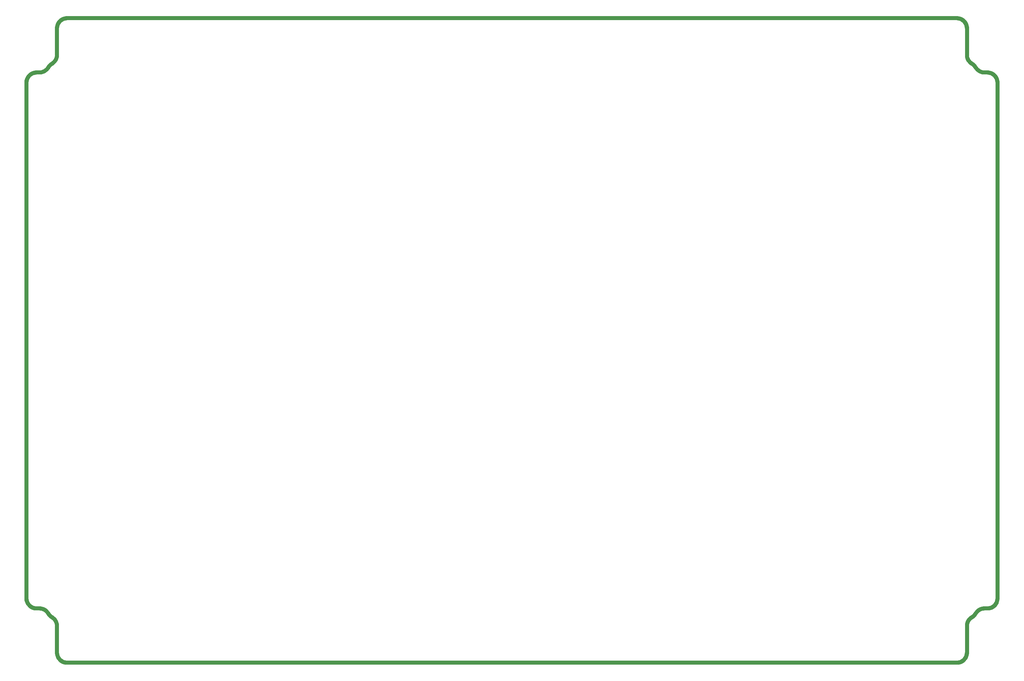
<source format=gm1>
G04*
G04 #@! TF.GenerationSoftware,Altium Limited,Altium Designer,20.1.10 (176)*
G04*
G04 Layer_Color=16711935*
%FSAX42Y42*%
%MOMM*%
G71*
G04*
G04 #@! TF.SameCoordinates,6C51F090-7910-440F-980D-B9DEBD6B7A16*
G04*
G04*
G04 #@! TF.FilePolarity,Positive*
G04*
G01*
G75*
%ADD10C,0.20*%
%ADD141C,1.20*%
%ADD142C,1.20*%
D10*
X000655Y001474D02*
G03*
X000763Y001366I000260J000150D01*
G01*
Y017683D02*
G03*
X000655Y017574I000153J-000258D01*
G01*
X027858Y001366D02*
G03*
X027965Y001474I-000153J000258D01*
G01*
Y017574D02*
G03*
X027858Y017683I-000260J-000150D01*
G01*
X000655Y001474D02*
G03*
X000396Y001624I-000260J-000150D01*
G01*
Y017424D02*
G03*
X000655Y017574I000000J000300D01*
G01*
X028225Y001624D02*
G03*
X027965Y001474I000000J-000300D01*
G01*
Y017574D02*
G03*
X028225Y017424I000260J000150D01*
G01*
X027410Y000024D02*
G03*
X027710Y000324I000000J000300D01*
G01*
Y018724D02*
G03*
X027410Y019024I-000300J000000D01*
G01*
X000910Y001108D02*
G03*
X000763Y001366I-000300J-000000D01*
G01*
Y017683D02*
G03*
X000910Y017941I-000152J000258D01*
G01*
X027858Y001366D02*
G03*
X027710Y001108I000152J-000258D01*
G01*
Y017941D02*
G03*
X027858Y017683I000300J000000D01*
G01*
X000010Y001924D02*
G03*
X000310Y001624I000300J000000D01*
G01*
Y017424D02*
G03*
X000010Y017124I000000J-000300D01*
G01*
X000910Y000324D02*
G03*
X001210Y000024I000300J000000D01*
G01*
Y019024D02*
G03*
X000910Y018724I000000J-000300D01*
G01*
X028310Y001624D02*
G03*
X028610Y001924I000000J000300D01*
G01*
Y017124D02*
G03*
X028310Y017424I-000300J000000D01*
G01*
X000310D02*
X000396D01*
X000310Y001624D02*
X000396D01*
X000910Y017941D02*
Y018724D01*
X027710Y017941D02*
Y018724D01*
X000910Y000324D02*
Y001108D01*
X027710Y000324D02*
Y001108D01*
X000010Y001924D02*
Y017124D01*
X028610Y001902D02*
Y017124D01*
X028225Y017424D02*
X028310D01*
X028225Y001624D02*
X028310D01*
X001210Y000024D02*
X027410D01*
X001210Y019024D02*
X027410D01*
D141*
X000655Y001474D02*
G03*
X000396Y001624I-000260J-000150D01*
G01*
X000655Y001474D02*
G03*
X000763Y001366I000260J000150D01*
G01*
X000655Y001474D02*
G03*
X000396Y001624I-000260J-000150D01*
G01*
X000655Y001474D02*
G03*
X000763Y001366I000260J000150D01*
G01*
X000655Y001474D02*
G03*
X000396Y001624I-000260J-000150D01*
G01*
X000655Y001474D02*
G03*
X000763Y001366I000260J000150D01*
G01*
Y017683D02*
G03*
X000655Y017574I000153J-000258D01*
G01*
X000396Y017424D02*
G03*
X000655Y017574I000000J000300D01*
G01*
X000763Y017683D02*
G03*
X000655Y017574I000153J-000258D01*
G01*
X000396Y017424D02*
G03*
X000655Y017574I000000J000300D01*
G01*
X000763Y017683D02*
G03*
X000655Y017574I000153J-000258D01*
G01*
X000396Y017424D02*
G03*
X000655Y017574I000000J000300D01*
G01*
X027858Y001366D02*
G03*
X027965Y001474I-000153J000258D01*
G01*
X028225Y001624D02*
G03*
X027965Y001474I000000J-000300D01*
G01*
X027858Y001366D02*
G03*
X027965Y001474I-000153J000258D01*
G01*
X028225Y001624D02*
G03*
X027965Y001474I000000J-000300D01*
G01*
X027858Y001366D02*
G03*
X027965Y001474I-000153J000258D01*
G01*
X028225Y001624D02*
G03*
X027965Y001474I000000J-000300D01*
G01*
Y017574D02*
G03*
X028225Y017424I000260J000150D01*
G01*
X027965Y017574D02*
G03*
X027858Y017683I-000260J-000150D01*
G01*
X027965Y017574D02*
G03*
X028225Y017424I000260J000150D01*
G01*
X027965Y017574D02*
G03*
X027858Y017683I-000260J-000150D01*
G01*
X027965Y017574D02*
G03*
X028225Y017424I000260J000150D01*
G01*
X027965Y017574D02*
G03*
X027858Y017683I-000260J-000150D01*
G01*
X000910Y001108D02*
G03*
X000763Y001366I-000300J-000000D01*
G01*
X000910Y001108D02*
G03*
X000763Y001366I-000300J-000000D01*
G01*
X000910Y001108D02*
G03*
X000763Y001366I-000300J-000000D01*
G01*
X027858D02*
G03*
X027710Y001108I000152J-000258D01*
G01*
X027858Y001366D02*
G03*
X027710Y001108I000152J-000258D01*
G01*
X027858Y001366D02*
G03*
X027710Y001108I000152J-000258D01*
G01*
X000010Y001924D02*
G03*
X000310Y001624I000300J000000D01*
G01*
X000010Y001924D02*
G03*
X000310Y001624I000300J000000D01*
G01*
X000010Y001924D02*
G03*
X000310Y001624I000300J000000D01*
G01*
Y017424D02*
G03*
X000010Y017124I000000J-000300D01*
G01*
X000310Y017424D02*
G03*
X000010Y017124I000000J-000300D01*
G01*
X000310Y017424D02*
G03*
X000010Y017124I000000J-000300D01*
G01*
X001210Y019024D02*
G03*
X000910Y018724I000000J-000300D01*
G01*
X000763Y017683D02*
G03*
X000910Y017941I-000152J000258D01*
G01*
X001210Y019024D02*
G03*
X000910Y018724I000000J-000300D01*
G01*
X000763Y017683D02*
G03*
X000910Y017941I-000152J000258D01*
G01*
X001210Y019024D02*
G03*
X000910Y018724I000000J-000300D01*
G01*
X000763Y017683D02*
G03*
X000910Y017941I-000152J000258D01*
G01*
X028330Y001624D02*
G03*
X028608Y001902I000000J000278D01*
G01*
X028310Y001624D02*
G03*
X028610Y001924I000000J000300D01*
G01*
X028310Y001624D02*
G03*
X028610Y001924I000000J000300D01*
G01*
Y017124D02*
G03*
X028310Y017424I-000300J000000D01*
G01*
X027710Y017941D02*
G03*
X027858Y017683I000300J000000D01*
G01*
X027710Y018724D02*
G03*
X027410Y019024I-000300J000000D01*
G01*
X028610Y017124D02*
G03*
X028310Y017424I-000300J000000D01*
G01*
X027710Y017941D02*
G03*
X027858Y017683I000300J000000D01*
G01*
X027710Y018724D02*
G03*
X027410Y019024I-000300J000000D01*
G01*
X028610Y017124D02*
G03*
X028310Y017424I-000300J000000D01*
G01*
X027710Y017941D02*
G03*
X027858Y017683I000300J000000D01*
G01*
X027710Y018724D02*
G03*
X027410Y019024I-000300J000000D01*
G01*
X000910Y000324D02*
G03*
X001210Y000024I000300J000000D01*
G01*
X027410D02*
G03*
X027710Y000324I000000J000300D01*
G01*
X000910D02*
G03*
X001210Y000024I000300J000000D01*
G01*
X027410D02*
G03*
X027710Y000324I000000J000300D01*
G01*
X000910D02*
G03*
X001210Y000024I000300J000000D01*
G01*
X027410D02*
G03*
X027710Y000324I000000J000300D01*
G01*
X000060Y001757D02*
X000084Y001726D01*
X000112Y001698D01*
X000010Y001905D02*
Y001924D01*
Y017144D02*
X000015Y017183D01*
X000910Y000305D02*
Y000324D01*
Y000305D02*
X000915Y000266D01*
X000910Y001127D02*
X000910Y001108D01*
X000915Y018783D02*
X000926Y018821D01*
X001114Y019009D02*
X001152Y019019D01*
X001077Y018994D02*
X001114Y019009D01*
X027507D02*
X027543Y018994D01*
X027705Y000266D02*
X027710Y000305D01*
Y000324D01*
Y001108D02*
X027711Y001127D01*
X027741Y017809D02*
X027760Y017776D01*
X027965Y017574D02*
X027975Y017558D01*
X027955Y017591D02*
X027965Y017574D01*
X027965Y017574D02*
X027965Y017574D01*
X027965Y017574D02*
X027965Y017574D01*
X027965Y017574D02*
X027965Y017574D01*
X028509Y001698D02*
X028536Y001726D01*
X028560Y001757D01*
X000010Y001905D02*
X000015Y001866D01*
X000026Y001828D01*
X000041Y001791D01*
X000084Y017322D02*
X000112Y017350D01*
X000060Y017291D02*
X000084Y017322D01*
X000041Y017257D02*
X000060Y017291D01*
X000291Y001624D02*
X000310Y001624D01*
X000291Y017424D02*
X000310D01*
X000492Y001608D02*
X000528Y001593D01*
X000492Y017440D02*
X000528Y017455D01*
X000689Y001427D02*
X000716Y001399D01*
X000746Y001376D01*
X000716Y017649D02*
X000746Y017673D01*
X000689Y017622D02*
X000716Y017649D01*
X000915Y000266D02*
X000926Y000228D01*
X000941Y000191D01*
X000880Y001239D02*
X000895Y001203D01*
X000905Y001165D01*
X000910Y001127D01*
X000905Y017883D02*
X000910Y017921D01*
X000895Y017845D02*
X000905Y017883D01*
X000880Y017809D02*
X000895Y017845D01*
X027711Y001127D02*
X027716Y001165D01*
X027726Y001203D01*
X027741Y001239D01*
X027760Y001273D01*
X027726Y017845D02*
X027741Y017809D01*
X027716Y017883D02*
X027726Y017845D01*
X027711Y017921D02*
X027716Y017883D01*
X027905Y001399D02*
X027932Y001427D01*
X027955Y001457D01*
X027965Y001474D01*
X027975Y001491D01*
X027965Y001474D02*
X027965Y001474D01*
X027965Y001474D02*
X027965Y001474D01*
X027965Y001474D02*
X027965Y001474D01*
X027932Y017622D02*
X027955Y017591D01*
X027905Y017649D02*
X027932Y017622D01*
X028128Y001608D02*
X028166Y001618D01*
X028128Y017440D02*
X028166Y017430D01*
X028310Y001624D02*
X028330D01*
X028369Y001629D01*
X028330Y017424D02*
X028369Y017419D01*
X028310Y017424D02*
X028330D01*
X028560Y017291D02*
X028580Y017257D01*
X028536Y017322D02*
X028560Y017291D01*
X028509Y017350D02*
X028536Y017322D01*
X000041Y001791D02*
X000060Y001757D01*
X000026Y017221D02*
X000041Y017257D01*
X000015Y017183D02*
X000026Y017221D01*
X000010Y017124D02*
Y017144D01*
X000926Y018821D02*
X000941Y018857D01*
X000910Y018744D02*
X000915Y018783D01*
X000910Y018724D02*
Y018744D01*
Y017941D02*
Y018724D01*
X000910Y017921D02*
X000910Y017941D01*
Y018724D01*
Y017941D02*
Y018724D01*
Y017941D02*
Y018724D01*
X027710Y017941D02*
X027711Y017921D01*
X027710Y017941D02*
Y018724D01*
Y018744D01*
X027705Y018783D02*
X027710Y018744D01*
Y017941D02*
Y018724D01*
Y017941D02*
Y018724D01*
Y017941D02*
Y018724D01*
X028560Y001757D02*
X028580Y001791D01*
X000910Y001108D02*
X000910Y000324D01*
Y001108D01*
Y000324D02*
Y001108D01*
Y000324D02*
Y001108D01*
X027710Y000324D02*
Y001108D01*
Y000324D02*
Y001108D01*
Y000324D02*
Y001108D01*
Y000324D02*
Y001108D01*
X000010Y001924D02*
Y017124D01*
Y001924D02*
Y017124D01*
Y001924D02*
Y017124D01*
Y001924D02*
Y017124D01*
X000779Y001355D02*
X000810Y001331D01*
X000837Y001304D01*
X000593Y001550D02*
X000621Y001522D01*
X000645Y001491D01*
X000177Y017394D02*
X000214Y017409D01*
X000655Y017574D02*
X000665Y017591D01*
X000645Y017558D02*
X000655Y017574D01*
X000984Y000126D02*
X001012Y000098D01*
X001043Y000074D01*
X001191Y019024D02*
X001210D01*
X001152Y019019D02*
X001191Y019024D01*
X001043Y018974D02*
X001077Y018994D01*
X027577Y000074D02*
X027609Y000098D01*
X027636Y000126D01*
X027543Y018994D02*
X027577Y018974D01*
X027469Y019019D02*
X027507Y019009D01*
X027430Y019024D02*
X027469Y019019D01*
X027410Y019024D02*
X027430D01*
X027811Y001331D02*
X027841Y001355D01*
X027975Y001491D02*
X027999Y001522D01*
X028027Y001550D01*
X028443Y017394D02*
X028477Y017374D01*
X028407Y017409D02*
X028443Y017394D01*
X028610Y001905D02*
Y001924D01*
X000763Y001366D02*
X000779Y001355D01*
X000177Y001655D02*
X000214Y001640D01*
X000252Y001629D01*
X000291Y001624D01*
X000310Y001624D02*
X000396D01*
X000415Y001624D01*
X000454Y001618D01*
X000492Y001608D01*
X000528Y001593D02*
X000562Y001574D01*
X000593Y001550D01*
X000645Y001491D02*
X000655Y001474D01*
X000665Y001457D01*
X000689Y001427D01*
X000746Y001376D02*
X000763Y001366D01*
X000310Y001624D02*
X000396D01*
X000310D02*
X000396D01*
X000310D02*
X000396D01*
X000810Y017717D02*
X000837Y017745D01*
X000779Y017693D02*
X000810Y017717D01*
X000763Y017683D02*
X000779Y017693D01*
X000746Y017673D02*
X000763Y017683D01*
X000665Y017591D02*
X000689Y017622D01*
X000621Y017526D02*
X000645Y017558D01*
X000593Y017499D02*
X000621Y017526D01*
X000562Y017475D02*
X000593Y017499D01*
X000528Y017455D02*
X000562Y017475D01*
X000454Y017430D02*
X000492Y017440D01*
X000415Y017425D02*
X000454Y017430D01*
X000396Y017424D02*
X000415Y017425D01*
X000310Y017424D02*
X000396D01*
X000252Y017419D02*
X000291Y017424D01*
X000214Y017409D02*
X000252Y017419D01*
X000310Y017424D02*
X000396D01*
X000310D02*
X000396D01*
X000310D02*
X000396D01*
X001012Y018950D02*
X001043Y018974D01*
X000984Y018922D02*
X001012Y018950D01*
X027636Y018922D02*
X027660Y018891D01*
X027609Y018950D02*
X027636Y018922D01*
X027577Y018974D02*
X027609Y018950D01*
X027841Y001355D02*
X027858Y001366D01*
X027874Y001376D01*
X027905Y001399D01*
X028027Y001550D02*
X028058Y001574D01*
X028092Y001593D01*
X028128Y001608D01*
X028166Y001618D02*
X028205Y001624D01*
X028225Y001624D01*
X028310D01*
X028369Y001629D02*
X028407Y001640D01*
X028443Y001655D01*
X028225Y001624D02*
Y001624D01*
Y001624D02*
X028310D01*
X028225D02*
Y001624D01*
Y001624D02*
X028310D01*
X028225D02*
Y001624D01*
Y001624D02*
X028310D01*
X028369Y017419D02*
X028407Y017409D01*
X028225Y017424D02*
X028310D01*
X028205Y017425D02*
X028225Y017424D01*
X028166Y017430D02*
X028205Y017425D01*
X028092Y017455D02*
X028128Y017440D01*
X028058Y017475D02*
X028092Y017455D01*
X028027Y017499D02*
X028058Y017475D01*
X027999Y017526D02*
X028027Y017499D01*
X027975Y017558D02*
X027999Y017526D01*
X027874Y017673D02*
X027905Y017649D01*
X027858Y017683D02*
X027874Y017673D01*
X027841Y017693D02*
X027858Y017683D01*
X027811Y017717D02*
X027841Y017693D01*
X028225Y017424D02*
X028310D01*
X028225Y017424D02*
Y017424D01*
X028310D01*
X028225Y017424D02*
Y017424D01*
X028310D01*
X028225Y017424D02*
Y017424D01*
X027636Y000126D02*
X027660Y000157D01*
X028443Y001655D02*
X028477Y001674D01*
X028610Y017124D02*
Y017144D01*
Y001924D02*
Y017124D01*
Y001924D02*
Y017124D01*
Y001924D02*
Y017124D01*
Y001924D02*
Y017124D01*
X000143Y017374D02*
X000177Y017394D01*
X000112Y017350D02*
X000143Y017374D01*
X000861Y017776D02*
X000880Y017809D01*
X000837Y017745D02*
X000861Y017776D01*
X027783Y001304D02*
X027811Y001331D01*
X028605Y017183D02*
X028610Y017144D01*
X028477Y017374D02*
X028509Y017350D01*
X027760Y017776D02*
X027783Y017745D01*
X027695Y018821D02*
X027705Y018783D01*
X000837Y001304D02*
X000861Y001273D01*
X000880Y001239D01*
X000960Y018891D02*
X000984Y018922D01*
X000941Y018857D02*
X000960Y018891D01*
X027680Y000191D02*
X027695Y000228D01*
X027705Y000266D01*
X027760Y001273D02*
X027783Y001304D01*
X028580Y001791D02*
X028595Y001828D01*
X028605Y001866D01*
X028610Y001905D01*
X027783Y017745D02*
X027811Y017717D01*
X027660Y018891D02*
X027680Y018857D01*
X000112Y001698D02*
X000143Y001674D01*
X000177Y001655D01*
X000941Y000191D02*
X000960Y000157D01*
X000984Y000126D01*
X027660Y000157D02*
X027680Y000191D01*
X028477Y001674D02*
X028509Y001698D01*
X028595Y017221D02*
X028605Y017183D01*
X028580Y017257D02*
X028595Y017221D01*
X027680Y018857D02*
X027695Y018821D01*
X001210Y019024D02*
X027410D01*
X001210D02*
X027410D01*
X001210D02*
X027410D01*
X001210D02*
X027410D01*
X001043Y000074D02*
X001077Y000055D01*
X001114Y000040D01*
X001152Y000029D01*
X001191Y000024D01*
X001210Y000024D01*
X027410D01*
X027430D01*
X027469Y000029D01*
X027507Y000040D01*
X027543Y000055D01*
X027577Y000074D01*
X001210Y000024D02*
X027410D01*
X001210D02*
X027410D01*
X001210D02*
X027410D01*
D142*
X000060Y001757D02*
X000084Y001726D01*
X000112Y001698D01*
X000060Y001757D02*
X000084Y001726D01*
X000112Y001698D01*
X000060Y001757D02*
X000084Y001726D01*
X000112Y001698D01*
X000060Y001757D02*
X000084Y001726D01*
X000112Y001698D01*
X000010Y001905D02*
Y001924D01*
Y001905D02*
Y001924D01*
Y001905D02*
Y001924D01*
Y001905D02*
Y001924D01*
Y017144D02*
X000015Y017183D01*
X000010Y017144D02*
X000015Y017183D01*
X000010Y017144D02*
X000015Y017183D01*
X000010Y017144D02*
X000015Y017183D01*
X000910Y000305D02*
Y000324D01*
Y000305D02*
X000915Y000266D01*
X000910Y000305D02*
Y000324D01*
Y000305D02*
X000915Y000266D01*
X000910Y000305D02*
Y000324D01*
Y000305D02*
X000915Y000266D01*
X000910Y000305D02*
Y000324D01*
Y000305D02*
X000915Y000266D01*
X000910Y001127D02*
X000910Y001108D01*
X000910Y001127D02*
X000910Y001108D01*
X000910Y001127D02*
X000910Y001108D01*
X000910Y001127D02*
X000910Y001108D01*
X000915Y018783D02*
X000926Y018821D01*
X000915Y018783D02*
X000926Y018821D01*
X000915Y018783D02*
X000926Y018821D01*
X000915Y018783D02*
X000926Y018821D01*
X001114Y019009D02*
X001152Y019019D01*
X001077Y018994D02*
X001114Y019009D01*
X001152Y019019D01*
X001077Y018994D02*
X001114Y019009D01*
X001152Y019019D01*
X001077Y018994D02*
X001114Y019009D01*
X001152Y019019D01*
X001077Y018994D02*
X001114Y019009D01*
X027507D02*
X027543Y018994D01*
X027507Y019009D02*
X027543Y018994D01*
X027507Y019009D02*
X027543Y018994D01*
X027507Y019009D02*
X027543Y018994D01*
X027705Y000266D02*
X027710Y000305D01*
Y000324D01*
X027705Y000266D02*
X027710Y000305D01*
Y000324D01*
X027705Y000266D02*
X027710Y000305D01*
Y000324D01*
X027705Y000266D02*
X027710Y000305D01*
Y000324D01*
Y001108D02*
X027711Y001127D01*
X027710Y001108D02*
X027711Y001127D01*
X027710Y001108D02*
X027711Y001127D01*
X027710Y001108D02*
X027711Y001127D01*
X027741Y017809D02*
X027760Y017776D01*
X027741Y017809D02*
X027760Y017776D01*
X027741Y017809D02*
X027760Y017776D01*
X027741Y017809D02*
X027760Y017776D01*
X027965Y017574D02*
X027975Y017558D01*
X027955Y017591D02*
X027965Y017574D01*
X027975Y017558D01*
X027955Y017591D02*
X027965Y017574D01*
X027975Y017558D01*
X027955Y017591D02*
X027965Y017574D01*
X027975Y017558D01*
X027955Y017591D02*
X027965Y017574D01*
X028509Y001698D02*
X028536Y001726D01*
X028560Y001757D01*
X028509Y001698D02*
X028536Y001726D01*
X028560Y001757D01*
X028509Y001698D02*
X028536Y001726D01*
X028560Y001757D01*
X028509Y001698D02*
X028536Y001726D01*
X028560Y001757D01*
X000010Y001905D02*
X000015Y001866D01*
X000026Y001828D01*
X000041Y001791D01*
X000010Y001905D02*
X000015Y001866D01*
X000026Y001828D01*
X000041Y001791D01*
X000010Y001905D02*
X000015Y001866D01*
X000026Y001828D01*
X000041Y001791D01*
X000010Y001905D02*
X000015Y001866D01*
X000026Y001828D01*
X000041Y001791D01*
X000084Y017322D02*
X000112Y017350D01*
X000060Y017291D02*
X000084Y017322D01*
X000041Y017257D02*
X000060Y017291D01*
X000084Y017322D02*
X000112Y017350D01*
X000060Y017291D02*
X000084Y017322D01*
X000041Y017257D02*
X000060Y017291D01*
X000084Y017322D02*
X000112Y017350D01*
X000060Y017291D02*
X000084Y017322D01*
X000041Y017257D02*
X000060Y017291D01*
X000084Y017322D02*
X000112Y017350D01*
X000060Y017291D02*
X000084Y017322D01*
X000041Y017257D02*
X000060Y017291D01*
X000291Y001624D02*
X000310Y001624D01*
X000291Y001624D02*
X000310Y001624D01*
X000291Y001624D02*
X000310Y001624D01*
X000291Y001624D02*
X000310Y001624D01*
X000291Y017424D02*
X000310D01*
X000291D02*
X000310D01*
X000291D02*
X000310D01*
X000291D02*
X000310D01*
X000492Y001608D02*
X000528Y001593D01*
X000492Y001608D02*
X000528Y001593D01*
X000492Y001608D02*
X000528Y001593D01*
X000492Y001608D02*
X000528Y001593D01*
X000492Y017440D02*
X000528Y017455D01*
X000492Y017440D02*
X000528Y017455D01*
X000492Y017440D02*
X000528Y017455D01*
X000492Y017440D02*
X000528Y017455D01*
X000689Y001427D02*
X000716Y001399D01*
X000746Y001376D01*
X000689Y001427D02*
X000716Y001399D01*
X000746Y001376D01*
X000689Y001427D02*
X000716Y001399D01*
X000746Y001376D01*
X000689Y001427D02*
X000716Y001399D01*
X000746Y001376D01*
X000716Y017649D02*
X000746Y017673D01*
X000689Y017622D02*
X000716Y017649D01*
X000746Y017673D01*
X000689Y017622D02*
X000716Y017649D01*
X000746Y017673D01*
X000689Y017622D02*
X000716Y017649D01*
X000746Y017673D01*
X000689Y017622D02*
X000716Y017649D01*
X000915Y000266D02*
X000926Y000228D01*
X000941Y000191D01*
X000915Y000266D02*
X000926Y000228D01*
X000941Y000191D01*
X000915Y000266D02*
X000926Y000228D01*
X000941Y000191D01*
X000915Y000266D02*
X000926Y000228D01*
X000941Y000191D01*
X000880Y001239D02*
X000895Y001203D01*
X000905Y001165D01*
X000910Y001127D01*
X000880Y001239D02*
X000895Y001203D01*
X000905Y001165D01*
X000910Y001127D01*
X000880Y001239D02*
X000895Y001203D01*
X000905Y001165D01*
X000910Y001127D01*
X000880Y001239D02*
X000895Y001203D01*
X000905Y001165D01*
X000910Y001127D01*
X000905Y017883D02*
X000910Y017921D01*
X000895Y017845D02*
X000905Y017883D01*
X000880Y017809D02*
X000895Y017845D01*
X000905Y017883D02*
X000910Y017921D01*
X000895Y017845D02*
X000905Y017883D01*
X000880Y017809D02*
X000895Y017845D01*
X000905Y017883D02*
X000910Y017921D01*
X000895Y017845D02*
X000905Y017883D01*
X000880Y017809D02*
X000895Y017845D01*
X000905Y017883D02*
X000910Y017921D01*
X000895Y017845D02*
X000905Y017883D01*
X000880Y017809D02*
X000895Y017845D01*
X027711Y001127D02*
X027716Y001165D01*
X027726Y001203D01*
X027741Y001239D01*
X027760Y001273D01*
X027711Y001127D02*
X027716Y001165D01*
X027726Y001203D01*
X027741Y001239D01*
X027760Y001273D01*
X027711Y001127D02*
X027716Y001165D01*
X027726Y001203D01*
X027741Y001239D01*
X027760Y001273D01*
X027711Y001127D02*
X027716Y001165D01*
X027726Y001203D01*
X027741Y001239D01*
X027760Y001273D01*
X027726Y017845D02*
X027741Y017809D01*
X027716Y017883D02*
X027726Y017845D01*
X027711Y017921D02*
X027716Y017883D01*
X027726Y017845D02*
X027741Y017809D01*
X027716Y017883D02*
X027726Y017845D01*
X027711Y017921D02*
X027716Y017883D01*
X027726Y017845D02*
X027741Y017809D01*
X027716Y017883D02*
X027726Y017845D01*
X027711Y017921D02*
X027716Y017883D01*
X027726Y017845D02*
X027741Y017809D01*
X027716Y017883D02*
X027726Y017845D01*
X027711Y017921D02*
X027716Y017883D01*
X027905Y001399D02*
X027932Y001427D01*
X027955Y001457D01*
X027965Y001474D01*
X027975Y001491D01*
X027905Y001399D02*
X027932Y001427D01*
X027955Y001457D01*
X027965Y001474D01*
X027975Y001491D01*
X027905Y001399D02*
X027932Y001427D01*
X027955Y001457D01*
X027965Y001474D01*
X027975Y001491D01*
X027905Y001399D02*
X027932Y001427D01*
X027955Y001457D01*
X027965Y001474D01*
X027975Y001491D01*
X027932Y017622D02*
X027955Y017591D01*
X027905Y017649D02*
X027932Y017622D01*
X027955Y017591D01*
X027905Y017649D02*
X027932Y017622D01*
X027955Y017591D01*
X027905Y017649D02*
X027932Y017622D01*
X027955Y017591D01*
X027905Y017649D02*
X027932Y017622D01*
X028128Y001608D02*
X028166Y001618D01*
X028128Y001608D02*
X028166Y001618D01*
X028128Y001608D02*
X028166Y001618D01*
X028128Y001608D02*
X028166Y001618D01*
X028128Y017440D02*
X028166Y017430D01*
X028128Y017440D02*
X028166Y017430D01*
X028128Y017440D02*
X028166Y017430D01*
X028128Y017440D02*
X028166Y017430D01*
X028310Y001624D02*
X028330D01*
X028369Y001629D01*
X028310Y001624D02*
X028330D01*
X028369Y001629D01*
X028310Y001624D02*
X028330D01*
X028369Y001629D01*
X028330Y001624D02*
X028369Y001629D01*
X028330Y017424D02*
X028369Y017419D01*
X028310Y017424D02*
X028330D01*
X028369Y017419D01*
X028310Y017424D02*
X028330D01*
X028369Y017419D01*
X028310Y017424D02*
X028330D01*
X028369Y017419D01*
X028310Y017424D02*
X028330D01*
X028560Y017291D02*
X028580Y017257D01*
X028536Y017322D02*
X028560Y017291D01*
X028509Y017350D02*
X028536Y017322D01*
X028560Y017291D02*
X028580Y017257D01*
X028536Y017322D02*
X028560Y017291D01*
X028509Y017350D02*
X028536Y017322D01*
X028560Y017291D02*
X028580Y017257D01*
X028536Y017322D02*
X028560Y017291D01*
X028509Y017350D02*
X028536Y017322D01*
X028560Y017291D02*
X028580Y017257D01*
X028536Y017322D02*
X028560Y017291D01*
X028509Y017350D02*
X028536Y017322D01*
X000041Y001791D02*
X000060Y001757D01*
X000041Y001791D02*
X000060Y001757D01*
X000041Y001791D02*
X000060Y001757D01*
X000041Y001791D02*
X000060Y001757D01*
X000026Y017221D02*
X000041Y017257D01*
X000015Y017183D02*
X000026Y017221D01*
X000010Y017124D02*
Y017144D01*
X000026Y017221D02*
X000041Y017257D01*
X000015Y017183D02*
X000026Y017221D01*
X000010Y017124D02*
Y017144D01*
X000026Y017221D02*
X000041Y017257D01*
X000015Y017183D02*
X000026Y017221D01*
X000010Y017124D02*
Y017144D01*
X000026Y017221D02*
X000041Y017257D01*
X000015Y017183D02*
X000026Y017221D01*
X000010Y017124D02*
Y017144D01*
X000926Y018821D02*
X000941Y018857D01*
X000910Y018744D02*
X000915Y018783D01*
X000910Y018724D02*
Y018744D01*
Y017941D02*
Y018724D01*
X000910Y017921D02*
X000910Y017941D01*
X000926Y018821D02*
X000941Y018857D01*
X000910Y018744D02*
X000915Y018783D01*
X000910Y018724D02*
Y018744D01*
Y017941D02*
Y018724D01*
X000910Y017921D02*
X000910Y017941D01*
X000926Y018821D02*
X000941Y018857D01*
X000910Y018744D02*
X000915Y018783D01*
X000910Y018724D02*
Y018744D01*
Y017941D02*
Y018724D01*
X000910Y017921D02*
X000910Y017941D01*
X000926Y018821D02*
X000941Y018857D01*
X000910Y018744D02*
X000915Y018783D01*
X000910Y018724D02*
Y018744D01*
Y017941D02*
Y018724D01*
X000910Y017921D02*
X000910Y017941D01*
X027710D02*
X027711Y017921D01*
X027710Y017941D02*
Y018724D01*
Y018744D01*
X027705Y018783D02*
X027710Y018744D01*
Y017941D02*
X027711Y017921D01*
X027710Y017941D02*
Y018724D01*
Y018744D01*
X027705Y018783D02*
X027710Y018744D01*
Y017941D02*
X027711Y017921D01*
X027710Y017941D02*
Y018724D01*
Y018744D01*
X027705Y018783D02*
X027710Y018744D01*
Y017941D02*
X027711Y017921D01*
X027710Y017941D02*
Y018724D01*
Y018744D01*
X027705Y018783D02*
X027710Y018744D01*
X028560Y001757D02*
X028580Y001791D01*
X028560Y001757D02*
X028580Y001791D01*
X028560Y001757D02*
X028580Y001791D01*
X028560Y001757D02*
X028580Y001791D01*
X000910Y001108D02*
X000910Y000324D01*
X000910Y001108D02*
X000910Y000324D01*
X000910Y001108D02*
X000910Y000324D01*
X000910Y001108D02*
X000910Y000324D01*
X027710Y000324D02*
Y001108D01*
Y000324D02*
Y001108D01*
Y000324D02*
Y001108D01*
Y000324D02*
Y001108D01*
X000010Y001924D02*
Y017124D01*
Y001924D02*
Y017124D01*
Y001924D02*
Y017124D01*
Y001924D02*
Y017124D01*
X000779Y001355D02*
X000810Y001331D01*
X000837Y001304D01*
X000779Y001355D02*
X000810Y001331D01*
X000837Y001304D01*
X000779Y001355D02*
X000810Y001331D01*
X000837Y001304D01*
X000779Y001355D02*
X000810Y001331D01*
X000837Y001304D01*
X000593Y001550D02*
X000621Y001522D01*
X000645Y001491D01*
X000593Y001550D02*
X000621Y001522D01*
X000645Y001491D01*
X000593Y001550D02*
X000621Y001522D01*
X000645Y001491D01*
X000593Y001550D02*
X000621Y001522D01*
X000645Y001491D01*
X000177Y017394D02*
X000214Y017409D01*
X000177Y017394D02*
X000214Y017409D01*
X000177Y017394D02*
X000214Y017409D01*
X000177Y017394D02*
X000214Y017409D01*
X000655Y017574D02*
X000665Y017591D01*
X000645Y017558D02*
X000655Y017574D01*
X000665Y017591D01*
X000645Y017558D02*
X000655Y017574D01*
X000665Y017591D01*
X000645Y017558D02*
X000655Y017574D01*
X000665Y017591D01*
X000645Y017558D02*
X000655Y017574D01*
X000984Y000126D02*
X001012Y000098D01*
X001043Y000074D01*
X000984Y000126D02*
X001012Y000098D01*
X001043Y000074D01*
X000984Y000126D02*
X001012Y000098D01*
X001043Y000074D01*
X000984Y000126D02*
X001012Y000098D01*
X001043Y000074D01*
X001191Y019024D02*
X001210D01*
X001152Y019019D02*
X001191Y019024D01*
X001043Y018974D02*
X001077Y018994D01*
X001191Y019024D02*
X001210D01*
X001152Y019019D02*
X001191Y019024D01*
X001043Y018974D02*
X001077Y018994D01*
X001191Y019024D02*
X001210D01*
X001152Y019019D02*
X001191Y019024D01*
X001043Y018974D02*
X001077Y018994D01*
X001191Y019024D02*
X001210D01*
X001152Y019019D02*
X001191Y019024D01*
X001043Y018974D02*
X001077Y018994D01*
X027577Y000074D02*
X027609Y000098D01*
X027636Y000126D01*
X027577Y000074D02*
X027609Y000098D01*
X027636Y000126D01*
X027577Y000074D02*
X027609Y000098D01*
X027636Y000126D01*
X027577Y000074D02*
X027609Y000098D01*
X027636Y000126D01*
X027543Y018994D02*
X027577Y018974D01*
X027469Y019019D02*
X027507Y019009D01*
X027430Y019024D02*
X027469Y019019D01*
X027410Y019024D02*
X027430D01*
X027543Y018994D02*
X027577Y018974D01*
X027469Y019019D02*
X027507Y019009D01*
X027430Y019024D02*
X027469Y019019D01*
X027410Y019024D02*
X027430D01*
X027543Y018994D02*
X027577Y018974D01*
X027469Y019019D02*
X027507Y019009D01*
X027430Y019024D02*
X027469Y019019D01*
X027410Y019024D02*
X027430D01*
X027543Y018994D02*
X027577Y018974D01*
X027469Y019019D02*
X027507Y019009D01*
X027430Y019024D02*
X027469Y019019D01*
X027410Y019024D02*
X027430D01*
X027811Y001331D02*
X027841Y001355D01*
X027811Y001331D02*
X027841Y001355D01*
X027811Y001331D02*
X027841Y001355D01*
X027811Y001331D02*
X027841Y001355D01*
X027975Y001491D02*
X027999Y001522D01*
X028027Y001550D01*
X027975Y001491D02*
X027999Y001522D01*
X028027Y001550D01*
X027975Y001491D02*
X027999Y001522D01*
X028027Y001550D01*
X027975Y001491D02*
X027999Y001522D01*
X028027Y001550D01*
X028443Y017394D02*
X028477Y017374D01*
X028407Y017409D02*
X028443Y017394D01*
X028477Y017374D01*
X028407Y017409D02*
X028443Y017394D01*
X028477Y017374D01*
X028407Y017409D02*
X028443Y017394D01*
X028477Y017374D01*
X028407Y017409D02*
X028443Y017394D01*
X028610Y001905D02*
Y001924D01*
Y001905D02*
Y001924D01*
Y001905D02*
Y001924D01*
Y001905D02*
Y001924D01*
X000763Y001366D02*
X000779Y001355D01*
X000177Y001655D02*
X000214Y001640D01*
X000252Y001629D01*
X000291Y001624D01*
X000310Y001624D02*
X000396D01*
X000415Y001624D01*
X000454Y001618D01*
X000492Y001608D01*
X000528Y001593D02*
X000562Y001574D01*
X000593Y001550D01*
X000645Y001491D02*
X000655Y001474D01*
X000665Y001457D01*
X000689Y001427D01*
X000746Y001376D02*
X000763Y001366D01*
X000779Y001355D01*
X000177Y001655D02*
X000214Y001640D01*
X000252Y001629D01*
X000291Y001624D01*
X000310Y001624D02*
X000396D01*
X000415Y001624D01*
X000454Y001618D01*
X000492Y001608D01*
X000528Y001593D02*
X000562Y001574D01*
X000593Y001550D01*
X000645Y001491D02*
X000655Y001474D01*
X000665Y001457D01*
X000689Y001427D01*
X000746Y001376D02*
X000763Y001366D01*
X000779Y001355D01*
X000177Y001655D02*
X000214Y001640D01*
X000252Y001629D01*
X000291Y001624D01*
X000310Y001624D02*
X000396D01*
X000415Y001624D01*
X000454Y001618D01*
X000492Y001608D01*
X000528Y001593D02*
X000562Y001574D01*
X000593Y001550D01*
X000645Y001491D02*
X000655Y001474D01*
X000665Y001457D01*
X000689Y001427D01*
X000746Y001376D02*
X000763Y001366D01*
X000779Y001355D01*
X000177Y001655D02*
X000214Y001640D01*
X000252Y001629D01*
X000291Y001624D01*
X000310Y001624D02*
X000396D01*
X000415Y001624D01*
X000454Y001618D01*
X000492Y001608D01*
X000528Y001593D02*
X000562Y001574D01*
X000593Y001550D01*
X000645Y001491D02*
X000655Y001474D01*
X000665Y001457D01*
X000689Y001427D01*
X000746Y001376D02*
X000763Y001366D01*
X000810Y017717D02*
X000837Y017745D01*
X000779Y017693D02*
X000810Y017717D01*
X000763Y017683D02*
X000779Y017693D01*
X000746Y017673D02*
X000763Y017683D01*
X000665Y017591D02*
X000689Y017622D01*
X000621Y017526D02*
X000645Y017558D01*
X000593Y017499D02*
X000621Y017526D01*
X000562Y017475D02*
X000593Y017499D01*
X000528Y017455D02*
X000562Y017475D01*
X000454Y017430D02*
X000492Y017440D01*
X000415Y017425D02*
X000454Y017430D01*
X000396Y017424D02*
X000415Y017425D01*
X000310Y017424D02*
X000396D01*
X000252Y017419D02*
X000291Y017424D01*
X000214Y017409D02*
X000252Y017419D01*
X000810Y017717D02*
X000837Y017745D01*
X000779Y017693D02*
X000810Y017717D01*
X000763Y017683D02*
X000779Y017693D01*
X000746Y017673D02*
X000763Y017683D01*
X000665Y017591D02*
X000689Y017622D01*
X000621Y017526D02*
X000645Y017558D01*
X000593Y017499D02*
X000621Y017526D01*
X000562Y017475D02*
X000593Y017499D01*
X000528Y017455D02*
X000562Y017475D01*
X000454Y017430D02*
X000492Y017440D01*
X000415Y017425D02*
X000454Y017430D01*
X000396Y017424D02*
X000415Y017425D01*
X000310Y017424D02*
X000396D01*
X000252Y017419D02*
X000291Y017424D01*
X000214Y017409D02*
X000252Y017419D01*
X000810Y017717D02*
X000837Y017745D01*
X000779Y017693D02*
X000810Y017717D01*
X000763Y017683D02*
X000779Y017693D01*
X000746Y017673D02*
X000763Y017683D01*
X000665Y017591D02*
X000689Y017622D01*
X000621Y017526D02*
X000645Y017558D01*
X000593Y017499D02*
X000621Y017526D01*
X000562Y017475D02*
X000593Y017499D01*
X000528Y017455D02*
X000562Y017475D01*
X000454Y017430D02*
X000492Y017440D01*
X000415Y017425D02*
X000454Y017430D01*
X000396Y017424D02*
X000415Y017425D01*
X000310Y017424D02*
X000396D01*
X000252Y017419D02*
X000291Y017424D01*
X000214Y017409D02*
X000252Y017419D01*
X000810Y017717D02*
X000837Y017745D01*
X000779Y017693D02*
X000810Y017717D01*
X000763Y017683D02*
X000779Y017693D01*
X000746Y017673D02*
X000763Y017683D01*
X000665Y017591D02*
X000689Y017622D01*
X000621Y017526D02*
X000645Y017558D01*
X000593Y017499D02*
X000621Y017526D01*
X000562Y017475D02*
X000593Y017499D01*
X000528Y017455D02*
X000562Y017475D01*
X000454Y017430D02*
X000492Y017440D01*
X000415Y017425D02*
X000454Y017430D01*
X000396Y017424D02*
X000415Y017425D01*
X000310Y017424D02*
X000396D01*
X000252Y017419D02*
X000291Y017424D01*
X000214Y017409D02*
X000252Y017419D01*
X001012Y018950D02*
X001043Y018974D01*
X000984Y018922D02*
X001012Y018950D01*
X001043Y018974D01*
X000984Y018922D02*
X001012Y018950D01*
X001043Y018974D01*
X000984Y018922D02*
X001012Y018950D01*
X001043Y018974D01*
X000984Y018922D02*
X001012Y018950D01*
X027636Y018922D02*
X027660Y018891D01*
X027609Y018950D02*
X027636Y018922D01*
X027577Y018974D02*
X027609Y018950D01*
X027636Y018922D02*
X027660Y018891D01*
X027609Y018950D02*
X027636Y018922D01*
X027577Y018974D02*
X027609Y018950D01*
X027636Y018922D02*
X027660Y018891D01*
X027609Y018950D02*
X027636Y018922D01*
X027577Y018974D02*
X027609Y018950D01*
X027636Y018922D02*
X027660Y018891D01*
X027609Y018950D02*
X027636Y018922D01*
X027577Y018974D02*
X027609Y018950D01*
X027841Y001355D02*
X027858Y001366D01*
X027874Y001376D01*
X027905Y001399D01*
X028027Y001550D02*
X028058Y001574D01*
X028092Y001593D01*
X028128Y001608D01*
X028166Y001618D02*
X028205Y001624D01*
X028225Y001624D01*
X028310D01*
X028369Y001629D02*
X028407Y001640D01*
X028443Y001655D01*
X027841Y001355D02*
X027858Y001366D01*
X027874Y001376D01*
X027905Y001399D01*
X028027Y001550D02*
X028058Y001574D01*
X028092Y001593D01*
X028128Y001608D01*
X028166Y001618D02*
X028205Y001624D01*
X028225Y001624D01*
X028310D01*
X028369Y001629D02*
X028407Y001640D01*
X028443Y001655D01*
X027841Y001355D02*
X027858Y001366D01*
X027874Y001376D01*
X027905Y001399D01*
X028027Y001550D02*
X028058Y001574D01*
X028092Y001593D01*
X028128Y001608D01*
X028166Y001618D02*
X028205Y001624D01*
X028225Y001624D01*
X028310D01*
X028369Y001629D02*
X028407Y001640D01*
X028443Y001655D01*
X027841Y001355D02*
X027858Y001366D01*
X027874Y001376D01*
X027905Y001399D01*
X028027Y001550D02*
X028058Y001574D01*
X028092Y001593D01*
X028128Y001608D01*
X028166Y001618D02*
X028205Y001624D01*
X028225Y001624D01*
X028310D01*
X028369Y001629D02*
X028407Y001640D01*
X028443Y001655D01*
X028369Y017419D02*
X028407Y017409D01*
X028225Y017424D02*
X028310D01*
X028205Y017425D02*
X028225Y017424D01*
X028166Y017430D02*
X028205Y017425D01*
X028092Y017455D02*
X028128Y017440D01*
X028058Y017475D02*
X028092Y017455D01*
X028027Y017499D02*
X028058Y017475D01*
X027999Y017526D02*
X028027Y017499D01*
X027975Y017558D02*
X027999Y017526D01*
X027874Y017673D02*
X027905Y017649D01*
X027858Y017683D02*
X027874Y017673D01*
X027841Y017693D02*
X027858Y017683D01*
X027811Y017717D02*
X027841Y017693D01*
X028369Y017419D02*
X028407Y017409D01*
X028225Y017424D02*
X028310D01*
X028205Y017425D02*
X028225Y017424D01*
X028166Y017430D02*
X028205Y017425D01*
X028092Y017455D02*
X028128Y017440D01*
X028058Y017475D02*
X028092Y017455D01*
X028027Y017499D02*
X028058Y017475D01*
X027999Y017526D02*
X028027Y017499D01*
X027975Y017558D02*
X027999Y017526D01*
X027874Y017673D02*
X027905Y017649D01*
X027858Y017683D02*
X027874Y017673D01*
X027841Y017693D02*
X027858Y017683D01*
X027811Y017717D02*
X027841Y017693D01*
X028369Y017419D02*
X028407Y017409D01*
X028225Y017424D02*
X028310D01*
X028205Y017425D02*
X028225Y017424D01*
X028166Y017430D02*
X028205Y017425D01*
X028092Y017455D02*
X028128Y017440D01*
X028058Y017475D02*
X028092Y017455D01*
X028027Y017499D02*
X028058Y017475D01*
X027999Y017526D02*
X028027Y017499D01*
X027975Y017558D02*
X027999Y017526D01*
X027874Y017673D02*
X027905Y017649D01*
X027858Y017683D02*
X027874Y017673D01*
X027841Y017693D02*
X027858Y017683D01*
X027811Y017717D02*
X027841Y017693D01*
X028369Y017419D02*
X028407Y017409D01*
X028225Y017424D02*
X028310D01*
X028205Y017425D02*
X028225Y017424D01*
X028166Y017430D02*
X028205Y017425D01*
X028092Y017455D02*
X028128Y017440D01*
X028058Y017475D02*
X028092Y017455D01*
X028027Y017499D02*
X028058Y017475D01*
X027999Y017526D02*
X028027Y017499D01*
X027975Y017558D02*
X027999Y017526D01*
X027874Y017673D02*
X027905Y017649D01*
X027858Y017683D02*
X027874Y017673D01*
X027841Y017693D02*
X027858Y017683D01*
X027811Y017717D02*
X027841Y017693D01*
X027636Y000126D02*
X027660Y000157D01*
X027636Y000126D02*
X027660Y000157D01*
X027636Y000126D02*
X027660Y000157D01*
X027636Y000126D02*
X027660Y000157D01*
X028443Y001655D02*
X028477Y001674D01*
X028443Y001655D02*
X028477Y001674D01*
X028443Y001655D02*
X028477Y001674D01*
X028443Y001655D02*
X028477Y001674D01*
X028610Y017124D02*
Y017144D01*
Y017124D02*
Y017144D01*
Y017124D02*
Y017144D01*
Y017124D02*
Y017144D01*
Y001924D02*
Y017124D01*
Y001924D02*
Y017124D01*
Y001924D02*
Y017124D01*
Y001924D02*
Y017124D01*
X000143Y017374D02*
X000177Y017394D01*
X000112Y017350D02*
X000143Y017374D01*
X000177Y017394D01*
X000112Y017350D02*
X000143Y017374D01*
X000177Y017394D01*
X000112Y017350D02*
X000143Y017374D01*
X000177Y017394D01*
X000112Y017350D02*
X000143Y017374D01*
X000861Y017776D02*
X000880Y017809D01*
X000837Y017745D02*
X000861Y017776D01*
X000880Y017809D01*
X000837Y017745D02*
X000861Y017776D01*
X000880Y017809D01*
X000837Y017745D02*
X000861Y017776D01*
X000880Y017809D01*
X000837Y017745D02*
X000861Y017776D01*
X027783Y001304D02*
X027811Y001331D01*
X027783Y001304D02*
X027811Y001331D01*
X027783Y001304D02*
X027811Y001331D01*
X027783Y001304D02*
X027811Y001331D01*
X028605Y017183D02*
X028610Y017144D01*
X028605Y017183D02*
X028610Y017144D01*
X028605Y017183D02*
X028610Y017144D01*
X028605Y017183D02*
X028610Y017144D01*
X028477Y017374D02*
X028509Y017350D01*
X028477Y017374D02*
X028509Y017350D01*
X028477Y017374D02*
X028509Y017350D01*
X028477Y017374D02*
X028509Y017350D01*
X027760Y017776D02*
X027783Y017745D01*
X027760Y017776D02*
X027783Y017745D01*
X027760Y017776D02*
X027783Y017745D01*
X027760Y017776D02*
X027783Y017745D01*
X027695Y018821D02*
X027705Y018783D01*
X027695Y018821D02*
X027705Y018783D01*
X027695Y018821D02*
X027705Y018783D01*
X027695Y018821D02*
X027705Y018783D01*
X000837Y001304D02*
X000861Y001273D01*
X000880Y001239D01*
X000837Y001304D02*
X000861Y001273D01*
X000880Y001239D01*
X000837Y001304D02*
X000861Y001273D01*
X000880Y001239D01*
X000837Y001304D02*
X000861Y001273D01*
X000880Y001239D01*
X000960Y018891D02*
X000984Y018922D01*
X000941Y018857D02*
X000960Y018891D01*
X000984Y018922D01*
X000941Y018857D02*
X000960Y018891D01*
X000984Y018922D01*
X000941Y018857D02*
X000960Y018891D01*
X000984Y018922D01*
X000941Y018857D02*
X000960Y018891D01*
X027680Y000191D02*
X027695Y000228D01*
X027705Y000266D01*
X027680Y000191D02*
X027695Y000228D01*
X027705Y000266D01*
X027680Y000191D02*
X027695Y000228D01*
X027705Y000266D01*
X027680Y000191D02*
X027695Y000228D01*
X027705Y000266D01*
X027760Y001273D02*
X027783Y001304D01*
X027760Y001273D02*
X027783Y001304D01*
X027760Y001273D02*
X027783Y001304D01*
X027760Y001273D02*
X027783Y001304D01*
X028580Y001791D02*
X028595Y001828D01*
X028605Y001866D01*
X028610Y001905D01*
X028580Y001791D02*
X028595Y001828D01*
X028605Y001866D01*
X028610Y001905D01*
X028580Y001791D02*
X028595Y001828D01*
X028605Y001866D01*
X028610Y001905D01*
X028580Y001791D02*
X028595Y001828D01*
X028605Y001866D01*
X028610Y001905D01*
X027783Y017745D02*
X027811Y017717D01*
X027783Y017745D02*
X027811Y017717D01*
X027783Y017745D02*
X027811Y017717D01*
X027783Y017745D02*
X027811Y017717D01*
X027660Y018891D02*
X027680Y018857D01*
X027660Y018891D02*
X027680Y018857D01*
X027660Y018891D02*
X027680Y018857D01*
X027660Y018891D02*
X027680Y018857D01*
X000112Y001698D02*
X000143Y001674D01*
X000177Y001655D01*
X000112Y001698D02*
X000143Y001674D01*
X000177Y001655D01*
X000112Y001698D02*
X000143Y001674D01*
X000177Y001655D01*
X000112Y001698D02*
X000143Y001674D01*
X000177Y001655D01*
X000941Y000191D02*
X000960Y000157D01*
X000984Y000126D01*
X000941Y000191D02*
X000960Y000157D01*
X000984Y000126D01*
X000941Y000191D02*
X000960Y000157D01*
X000984Y000126D01*
X000941Y000191D02*
X000960Y000157D01*
X000984Y000126D01*
X027660Y000157D02*
X027680Y000191D01*
X027660Y000157D02*
X027680Y000191D01*
X027660Y000157D02*
X027680Y000191D01*
X027660Y000157D02*
X027680Y000191D01*
X028477Y001674D02*
X028509Y001698D01*
X028477Y001674D02*
X028509Y001698D01*
X028477Y001674D02*
X028509Y001698D01*
X028477Y001674D02*
X028509Y001698D01*
X028595Y017221D02*
X028605Y017183D01*
X028580Y017257D02*
X028595Y017221D01*
X027680Y018857D02*
X027695Y018821D01*
X028595Y017221D02*
X028605Y017183D01*
X028580Y017257D02*
X028595Y017221D01*
X027680Y018857D02*
X027695Y018821D01*
X028595Y017221D02*
X028605Y017183D01*
X028580Y017257D02*
X028595Y017221D01*
X027680Y018857D02*
X027695Y018821D01*
X028595Y017221D02*
X028605Y017183D01*
X028580Y017257D02*
X028595Y017221D01*
X027680Y018857D02*
X027695Y018821D01*
X001210Y019024D02*
X027410D01*
X001210D02*
X027410D01*
X001210D02*
X027410D01*
X001210D02*
X027410D01*
X001043Y000074D02*
X001077Y000055D01*
X001114Y000040D01*
X001152Y000029D01*
X001191Y000024D01*
X001210Y000024D01*
X027410D01*
X027430D01*
X027469Y000029D01*
X027507Y000040D01*
X027543Y000055D01*
X027577Y000074D01*
X001043D02*
X001077Y000055D01*
X001114Y000040D01*
X001152Y000029D01*
X001191Y000024D01*
X001210Y000024D01*
X027410D01*
X027430D01*
X027469Y000029D01*
X027507Y000040D01*
X027543Y000055D01*
X027577Y000074D01*
X001043D02*
X001077Y000055D01*
X001114Y000040D01*
X001152Y000029D01*
X001191Y000024D01*
X001210Y000024D01*
X027410D01*
X027430D01*
X027469Y000029D01*
X027507Y000040D01*
X027543Y000055D01*
X027577Y000074D01*
X001043D02*
X001077Y000055D01*
X001114Y000040D01*
X001152Y000029D01*
X001191Y000024D01*
X001210Y000024D01*
X027410D01*
X027430D01*
X027469Y000029D01*
X027507Y000040D01*
X027543Y000055D01*
X027577Y000074D01*
M02*

</source>
